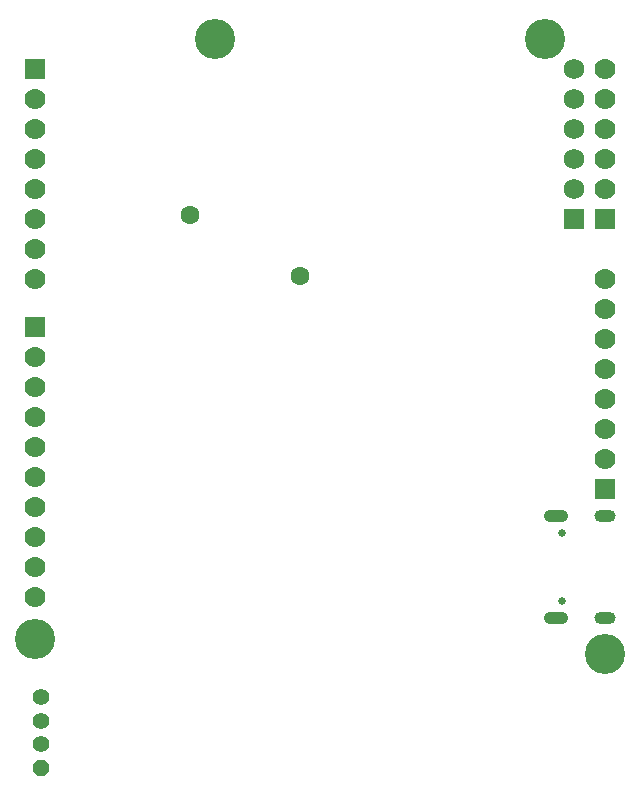
<source format=gbs>
G04*
G04 #@! TF.GenerationSoftware,Altium Limited,Altium Designer,21.9.2 (33)*
G04*
G04 Layer_Color=16711935*
%FSLAX44Y44*%
%MOMM*%
G71*
G04*
G04 #@! TF.SameCoordinates,1C35DBFE-9167-4E1C-9651-C13B06E335CC*
G04*
G04*
G04 #@! TF.FilePolarity,Negative*
G04*
G01*
G75*
%ADD149C,1.7516*%
%ADD150R,1.7516X1.7516*%
%ADD151C,0.6500*%
G04:AMPARAMS|DCode=152|XSize=2.1mm|YSize=1mm|CornerRadius=0.5mm|HoleSize=0mm|Usage=FLASHONLY|Rotation=180.000|XOffset=0mm|YOffset=0mm|HoleType=Round|Shape=RoundedRectangle|*
%AMROUNDEDRECTD152*
21,1,2.1000,0.0000,0,0,180.0*
21,1,1.1000,1.0000,0,0,180.0*
1,1,1.0000,-0.5500,0.0000*
1,1,1.0000,0.5500,0.0000*
1,1,1.0000,0.5500,0.0000*
1,1,1.0000,-0.5500,0.0000*
%
%ADD152ROUNDEDRECTD152*%
G04:AMPARAMS|DCode=153|XSize=1.8mm|YSize=1mm|CornerRadius=0.5mm|HoleSize=0mm|Usage=FLASHONLY|Rotation=180.000|XOffset=0mm|YOffset=0mm|HoleType=Round|Shape=RoundedRectangle|*
%AMROUNDEDRECTD153*
21,1,1.8000,0.0000,0,0,180.0*
21,1,0.8000,1.0000,0,0,180.0*
1,1,1.0000,-0.4000,0.0000*
1,1,1.0000,0.4000,0.0000*
1,1,1.0000,0.4000,0.0000*
1,1,1.0000,-0.4000,0.0000*
%
%ADD153ROUNDEDRECTD153*%
%ADD154C,1.4016*%
%ADD155P,1.5171X8X292.5*%
%ADD156C,1.7780*%
%ADD157R,1.7780X1.7780*%
%ADD158C,3.4016*%
%ADD188C,1.6016*%
G54D149*
X214500Y361000D02*
D03*
Y335600D02*
D03*
Y310200D02*
D03*
Y259400D02*
D03*
Y284800D02*
D03*
G54D150*
Y234000D02*
D03*
G54D151*
X204350Y-32100D02*
D03*
Y-89900D02*
D03*
G54D152*
X199350Y-17800D02*
D03*
Y-104200D02*
D03*
G54D153*
X241150Y-17800D02*
D03*
Y-104200D02*
D03*
G54D154*
X-236500Y-171000D02*
D03*
Y-191000D02*
D03*
Y-211000D02*
D03*
G54D155*
Y-231000D02*
D03*
G54D156*
X-241500Y-86040D02*
D03*
Y-60640D02*
D03*
Y-9840D02*
D03*
Y15560D02*
D03*
Y40960D02*
D03*
Y66360D02*
D03*
Y91760D02*
D03*
Y117160D02*
D03*
Y-35240D02*
D03*
Y183200D02*
D03*
Y208600D02*
D03*
Y234000D02*
D03*
Y259400D02*
D03*
Y284800D02*
D03*
Y310200D02*
D03*
Y335600D02*
D03*
X241100Y259400D02*
D03*
Y284800D02*
D03*
Y310200D02*
D03*
Y335600D02*
D03*
Y361000D02*
D03*
Y30800D02*
D03*
Y183200D02*
D03*
Y56200D02*
D03*
Y157800D02*
D03*
Y132400D02*
D03*
Y107000D02*
D03*
Y81600D02*
D03*
G54D157*
X-241500Y142560D02*
D03*
Y361000D02*
D03*
X241100Y234000D02*
D03*
Y5400D02*
D03*
G54D158*
Y-134300D02*
D03*
X-241500Y-121600D02*
D03*
X-89100Y386400D02*
D03*
X190300D02*
D03*
G54D188*
X-110500Y237000D02*
D03*
X-17500Y186000D02*
D03*
M02*

</source>
